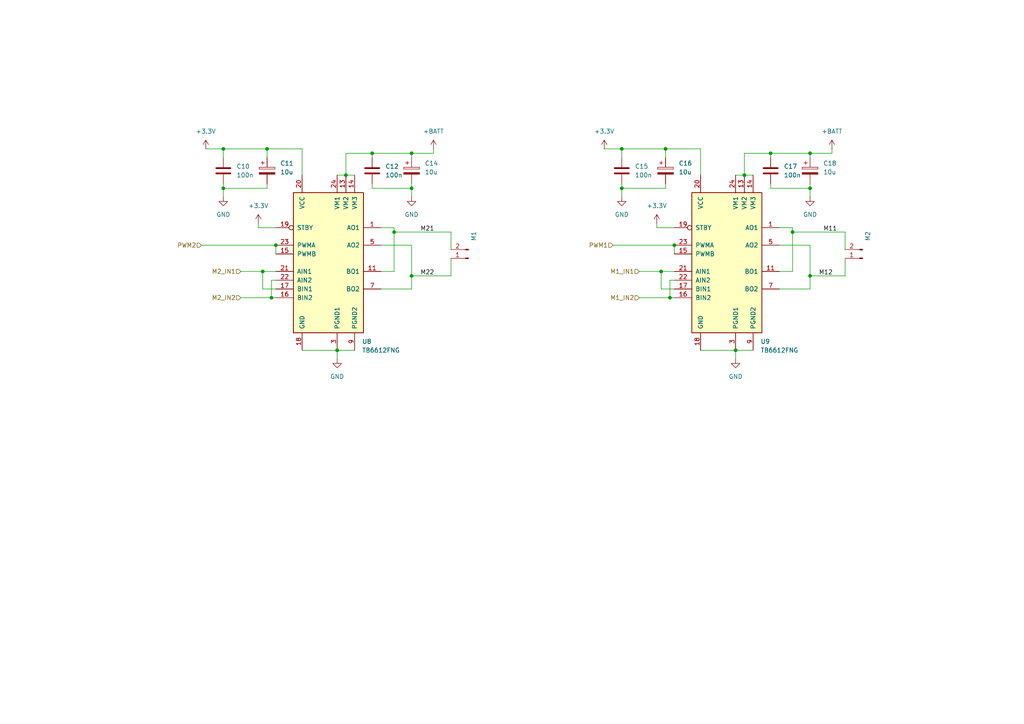
<source format=kicad_sch>
(kicad_sch (version 20250114) (generator "eeschema") (generator_version "9.0")
  (paper "A4")
  (lib_symbols
    (symbol "Connector:Conn_01x02_Pin" (pin_names (offset 1.016) (hide yes))
      (property "Reference" "J" (at 0 2.54 0))
      (property "Value" "Conn_01x02_Pin" (at 0 -5.08 0))
      (symbol "Conn_01x02_Pin_1_1"
        (rectangle (start 0.8636 0.127) (end 0 -0.127) (stroke (width 0.1524)) (fill (type outline)))
        (rectangle (start 0.8636 -2.413) (end 0 -2.667) (stroke (width 0.1524)) (fill (type outline)))
        (polyline (pts (xy 1.27 0) (xy 0.8636 0)) (stroke (width 0.1524)))
        (polyline (pts (xy 1.27 -2.54) (xy 0.8636 -2.54)) (stroke (width 0.1524)))
        (pin passive line (at 5.08 0 180) (length 3.81) (name "Pin_1") (number "1"))
        (pin passive line (at 5.08 -2.54 180) (length 3.81) (name "Pin_2") (number "2"))
      )
    )
    (symbol "Device:C" (pin_numbers (hide yes)) (pin_names (offset 0.254))
      (property "Reference" "C" (at 0.635 2.54 0))
      (property "Value" "C" (at 0.635 -2.54 0))
      (symbol "C_0_1"
        (polyline (pts (xy -2.032 0.762) (xy 2.032 0.762)) (stroke (width 0.508)))
        (polyline (pts (xy -2.032 -0.762) (xy 2.032 -0.762)) (stroke (width 0.508)))
      )
      (symbol "C_1_1"
        (pin passive line (at 0 3.81 270) (length 2.794) (name "~") (number "1"))
        (pin passive line (at 0 -3.81 90) (length 2.794) (name "~") (number "2"))
      )
    )
    (symbol "Device:C_Polarized" (pin_numbers (hide yes)) (pin_names (offset 0.254))
      (property "Reference" "C" (at 0.635 2.54 0))
      (property "Value" "C_Polarized" (at 0.635 -2.54 0))
      (symbol "C_Polarized_0_1"
        (rectangle (start -2.286 0.508) (end 2.286 1.016))
        (polyline (pts (xy -1.778 2.286) (xy -0.762 2.286)))
        (polyline (pts (xy -1.27 2.794) (xy -1.27 1.778)))
        (rectangle (start 2.286 -0.508) (end -2.286 -1.016) (fill (type outline)))
      )
      (symbol "C_Polarized_1_1"
        (pin passive line (at 0 3.81 270) (length 2.794) (name "~") (number "1"))
        (pin passive line (at 0 -3.81 90) (length 2.794) (name "~") (number "2"))
      )
    )
    (symbol "Driver_Motor:TB6612FNG" (pin_names (offset 1.016))
      (property "Reference" "U" (at 11.43 17.78 0))
      (property "Value" "TB6612FNG" (at 11.43 15.24 0))
      (symbol "TB6612FNG_0_1"
        (rectangle (start -10.16 20.32) (end 10.16 -20.32) (stroke (width 0.254)) (fill (type background)))
      )
      (symbol "TB6612FNG_1_1"
        (pin input inverted (at -15.24 10.16 0) (length 5.08) (name "STBY") (number "19"))
        (pin input line (at -15.24 5.08 0) (length 5.08) (name "PWMA") (number "23"))
        (pin input line (at -15.24 2.54 0) (length 5.08) (name "PWMB") (number "15"))
        (pin input line (at -15.24 -2.54 0) (length 5.08) (name "AIN1") (number "21"))
        (pin input line (at -15.24 -5.08 0) (length 5.08) (name "AIN2") (number "22"))
        (pin input line (at -15.24 -7.62 0) (length 5.08) (name "BIN1") (number "17"))
        (pin input line (at -15.24 -10.16 0) (length 5.08) (name "BIN2") (number "16"))
        (pin power_in line (at -7.62 25.4 270) (length 5.08) (name "VCC") (number "20"))
        (pin power_in line (at -7.62 -25.4 90) (length 5.08) (name "GND") (number "18"))
        (pin power_in line (at 2.54 25.4 270) (length 5.08) (name "VM1") (number "24"))
        (pin power_in line (at 2.54 -25.4 90) (length 5.08) (name "PGND1") (number "3"))
        (pin passive line (at 2.54 -25.4 90) (length 5.08) (hide yes) (name "PGND1") (number "4"))
        (pin power_in line (at 5.08 25.4 270) (length 5.08) (name "VM2") (number "13"))
        (pin power_in line (at 7.62 25.4 270) (length 5.08) (name "VM3") (number "14"))
        (pin passive line (at 7.62 -25.4 90) (length 5.08) (hide yes) (name "PGND2") (number "10"))
        (pin power_in line (at 7.62 -25.4 90) (length 5.08) (name "PGND2") (number "9"))
        (pin output line (at 15.24 10.16 180) (length 5.08) (name "AO1") (number "1"))
        (pin passive line (at 15.24 10.16 180) (length 5.08) (hide yes) (name "AO1") (number "2"))
        (pin output line (at 15.24 5.08 180) (length 5.08) (name "AO2") (number "5"))
        (pin passive line (at 15.24 5.08 180) (length 5.08) (hide yes) (name "AO2") (number "6"))
        (pin output line (at 15.24 -2.54 180) (length 5.08) (name "BO1") (number "11"))
        (pin passive line (at 15.24 -2.54 180) (length 5.08) (hide yes) (name "BO1") (number "12"))
        (pin output line (at 15.24 -7.62 180) (length 5.08) (name "BO2") (number "7"))
        (pin passive line (at 15.24 -7.62 180) (length 5.08) (hide yes) (name "BO2") (number "8"))
      )
    )
    (symbol "power:+3.3V" (power) (pin_numbers (hide yes)) (pin_names (offset 0) (hide yes))
      (property "Value" "+3.3V" (at 0 3.556 0))
      (symbol "+3.3V_0_1"
        (polyline (pts (xy -0.762 1.27) (xy 0 2.54)))
        (polyline (pts (xy 0 2.54) (xy 0.762 1.27)))
        (polyline (pts (xy 0 0) (xy 0 2.54)))
      )
      (symbol "+3.3V_1_1"
        (pin power_in line (at 0 0 90) (length 0) (name "~") (number "1"))
      )
    )
    (symbol "power:+BATT" (power) (pin_numbers (hide yes)) (pin_names (offset 0) (hide yes))
      (property "Value" "+BATT" (at 0 3.556 0))
      (symbol "+BATT_0_1"
        (polyline (pts (xy -0.762 1.27) (xy 0 2.54)))
        (polyline (pts (xy 0 2.54) (xy 0.762 1.27)))
        (polyline (pts (xy 0 0) (xy 0 2.54)))
      )
      (symbol "+BATT_1_1"
        (pin power_in line (at 0 0 90) (length 0) (name "~") (number "1"))
      )
    )
    (symbol "power:GND" (power) (pin_numbers (hide yes)) (pin_names (offset 0) (hide yes))
      (property "Value" "GND" (at 0 -3.81 0))
      (symbol "GND_0_1"
        (polyline (pts (xy 0 0) (xy 0 -1.27) (xy 1.27 -1.27) (xy 0 -2.54) (xy -1.27 -1.27) (xy 0 -1.27)))
      )
      (symbol "GND_1_1"
        (pin power_in line (at 0 0 270) (length 0) (name "~") (number "1"))
      )
    )
  )
  (junction (at 100.33 50.8))
  (junction (at 64.77 43.18))
  (junction (at 191.77 78.74))
  (junction (at 77.47 43.18))
  (junction (at 119.38 44.45))
  (junction (at 76.2 78.74))
  (junction (at 223.52 44.45))
  (junction (at 194.31 86.36))
  (junction (at 229.87 67.31))
  (junction (at 195.58 71.12))
  (junction (at 180.34 43.18))
  (junction (at 64.77 54.61))
  (junction (at 107.95 44.45))
  (junction (at 234.95 54.61))
  (junction (at 97.79 101.6))
  (junction (at 119.38 54.61))
  (junction (at 234.95 44.45))
  (junction (at 193.04 43.18))
  (junction (at 215.9 50.8))
  (junction (at 180.34 54.61))
  (junction (at 119.38 80.01))
  (junction (at 114.3 67.31))
  (junction (at 234.95 80.01))
  (junction (at 80.01 71.12))
  (junction (at 213.36 101.6))
  (junction (at 78.74 86.36))
  (wire (pts (xy 119.38 83.82) (xy 119.38 80.01)))
  (wire (pts (xy 110.49 78.74) (xy 114.3 78.74)))
  (wire (pts (xy 97.79 101.6) (xy 102.87 101.6)))
  (wire (pts (xy 190.5 66.04) (xy 195.58 66.04)))
  (wire (pts (xy 234.95 71.12) (xy 234.95 80.01)))
  (wire (pts (xy 203.2 50.8) (xy 203.2 43.18)))
  (wire (pts (xy 69.85 86.36) (xy 78.74 86.36)))
  (wire (pts (xy 193.04 53.34) (xy 193.04 54.61)))
  (wire (pts (xy 78.74 81.28) (xy 78.74 86.36)))
  (wire (pts (xy 80.01 81.28) (xy 78.74 81.28)))
  (wire (pts (xy 229.87 67.31) (xy 245.11 67.31)))
  (wire (pts (xy 213.36 50.8) (xy 215.9 50.8)))
  (wire (pts (xy 223.52 53.34) (xy 223.52 54.61)))
  (wire (pts (xy 234.95 44.45) (xy 241.3 44.45)))
  (wire (pts (xy 87.63 50.8) (xy 87.63 43.18)))
  (wire (pts (xy 193.04 54.61) (xy 180.34 54.61)))
  (wire (pts (xy 245.11 74.93) (xy 245.11 80.01)))
  (wire (pts (xy 226.06 71.12) (xy 234.95 71.12)))
  (wire (pts (xy 213.36 101.6) (xy 213.36 104.14)))
  (wire (pts (xy 107.95 45.72) (xy 107.95 44.45)))
  (wire (pts (xy 69.85 78.74) (xy 76.2 78.74)))
  (wire (pts (xy 194.31 81.28) (xy 194.31 86.36)))
  (wire (pts (xy 114.3 66.04) (xy 110.49 66.04)))
  (wire (pts (xy 203.2 101.6) (xy 213.36 101.6)))
  (wire (pts (xy 190.5 64.77) (xy 190.5 66.04)))
  (wire (pts (xy 195.58 81.28) (xy 194.31 81.28)))
  (wire (pts (xy 195.58 71.12) (xy 195.58 73.66)))
  (wire (pts (xy 130.81 67.31) (xy 130.81 72.39)))
  (wire (pts (xy 59.69 43.18) (xy 64.77 43.18)))
  (wire (pts (xy 64.77 45.72) (xy 64.77 43.18)))
  (wire (pts (xy 100.33 44.45) (xy 100.33 50.8)))
  (wire (pts (xy 223.52 45.72) (xy 223.52 44.45)))
  (wire (pts (xy 234.95 45.72) (xy 234.95 44.45)))
  (wire (pts (xy 114.3 67.31) (xy 130.81 67.31)))
  (wire (pts (xy 223.52 54.61) (xy 234.95 54.61)))
  (wire (pts (xy 234.95 80.01) (xy 245.11 80.01)))
  (wire (pts (xy 74.93 66.04) (xy 80.01 66.04)))
  (wire (pts (xy 194.31 86.36) (xy 195.58 86.36)))
  (wire (pts (xy 226.06 78.74) (xy 229.87 78.74)))
  (wire (pts (xy 125.73 43.18) (xy 125.73 44.45)))
  (wire (pts (xy 234.95 54.61) (xy 234.95 53.34)))
  (wire (pts (xy 241.3 43.18) (xy 241.3 44.45)))
  (wire (pts (xy 119.38 44.45) (xy 125.73 44.45)))
  (wire (pts (xy 77.47 53.34) (xy 77.47 54.61)))
  (wire (pts (xy 191.77 78.74) (xy 195.58 78.74)))
  (wire (pts (xy 110.49 71.12) (xy 119.38 71.12)))
  (wire (pts (xy 191.77 83.82) (xy 191.77 78.74)))
  (wire (pts (xy 78.74 86.36) (xy 80.01 86.36)))
  (wire (pts (xy 80.01 71.12) (xy 80.01 73.66)))
  (wire (pts (xy 76.2 78.74) (xy 80.01 78.74)))
  (wire (pts (xy 229.87 67.31) (xy 229.87 66.04)))
  (wire (pts (xy 185.42 86.36) (xy 194.31 86.36)))
  (wire (pts (xy 223.52 44.45) (xy 234.95 44.45)))
  (wire (pts (xy 180.34 54.61) (xy 180.34 57.15)))
  (wire (pts (xy 100.33 50.8) (xy 102.87 50.8)))
  (wire (pts (xy 64.77 43.18) (xy 77.47 43.18)))
  (wire (pts (xy 223.52 44.45) (xy 215.9 44.45)))
  (wire (pts (xy 87.63 101.6) (xy 97.79 101.6)))
  (wire (pts (xy 195.58 83.82) (xy 191.77 83.82)))
  (wire (pts (xy 234.95 54.61) (xy 234.95 57.15)))
  (wire (pts (xy 119.38 54.61) (xy 119.38 53.34)))
  (wire (pts (xy 119.38 45.72) (xy 119.38 44.45)))
  (wire (pts (xy 119.38 54.61) (xy 119.38 57.15)))
  (wire (pts (xy 77.47 43.18) (xy 77.47 45.72)))
  (wire (pts (xy 180.34 45.72) (xy 180.34 43.18)))
  (wire (pts (xy 119.38 71.12) (xy 119.38 80.01)))
  (wire (pts (xy 74.93 64.77) (xy 74.93 66.04)))
  (wire (pts (xy 193.04 43.18) (xy 193.04 45.72)))
  (wire (pts (xy 175.26 43.18) (xy 180.34 43.18)))
  (wire (pts (xy 87.63 43.18) (xy 77.47 43.18)))
  (wire (pts (xy 76.2 83.82) (xy 76.2 78.74)))
  (wire (pts (xy 215.9 50.8) (xy 218.44 50.8)))
  (wire (pts (xy 64.77 53.34) (xy 64.77 54.61)))
  (wire (pts (xy 64.77 54.61) (xy 64.77 57.15)))
  (wire (pts (xy 107.95 54.61) (xy 119.38 54.61)))
  (wire (pts (xy 203.2 43.18) (xy 193.04 43.18)))
  (wire (pts (xy 114.3 78.74) (xy 114.3 67.31)))
  (wire (pts (xy 180.34 43.18) (xy 193.04 43.18)))
  (wire (pts (xy 229.87 78.74) (xy 229.87 67.31)))
  (wire (pts (xy 119.38 80.01) (xy 130.81 80.01)))
  (wire (pts (xy 130.81 74.93) (xy 130.81 80.01)))
  (wire (pts (xy 58.42 71.12) (xy 80.01 71.12)))
  (wire (pts (xy 185.42 78.74) (xy 191.77 78.74)))
  (wire (pts (xy 107.95 53.34) (xy 107.95 54.61)))
  (wire (pts (xy 80.01 83.82) (xy 76.2 83.82)))
  (wire (pts (xy 107.95 44.45) (xy 119.38 44.45)))
  (wire (pts (xy 180.34 54.61) (xy 180.34 53.34)))
  (wire (pts (xy 215.9 44.45) (xy 215.9 50.8)))
  (wire (pts (xy 107.95 44.45) (xy 100.33 44.45)))
  (wire (pts (xy 213.36 101.6) (xy 218.44 101.6)))
  (wire (pts (xy 226.06 83.82) (xy 234.95 83.82)))
  (wire (pts (xy 226.06 66.04) (xy 229.87 66.04)))
  (wire (pts (xy 97.79 101.6) (xy 97.79 104.14)))
  (wire (pts (xy 234.95 83.82) (xy 234.95 80.01)))
  (wire (pts (xy 110.49 83.82) (xy 119.38 83.82)))
  (wire (pts (xy 114.3 67.31) (xy 114.3 66.04)))
  (wire (pts (xy 97.79 50.8) (xy 100.33 50.8)))
  (wire (pts (xy 77.47 54.61) (xy 64.77 54.61)))
  (wire (pts (xy 177.8 71.12) (xy 195.58 71.12)))
  (wire (pts (xy 245.11 67.31) (xy 245.11 72.39)))
  (label "M21" (at 121.92 67.31 0))
  (label "M12" (at 237.49 80.01 0))
  (label "M11" (at 238.76 67.31 0))
  (label "M22" (at 121.92 80.01 0))
  (hierarchical_label "PWM1" (shape input) (at 177.8 71.12 180))
  (hierarchical_label "M2_IN2" (shape input) (at 69.85 86.36 180))
  (hierarchical_label "M1_IN2" (shape input) (at 185.42 86.36 180))
  (hierarchical_label "M1_IN1" (shape input) (at 185.42 78.74 180))
  (hierarchical_label "PWM2" (shape input) (at 58.42 71.12 180))
  (hierarchical_label "M2_IN1" (shape input) (at 69.85 78.74 180))
  (symbol (lib_id "power:GND") (at 64.77 57.15 0) (unit 1)
    (property "Reference" "#PWR033" (effects (hide yes)))
    (property "Value" "GND" (at 64.77 62.23 0))
    (property "Description" "Power symbol creates a global label with name \"GND\" , ground" (effects (hide yes)))
  )
  (symbol (lib_id "Device:C") (at 223.52 49.53 0) (unit 1)
    (property "Reference" "C17" (at 227.33 48.2599 0) (effects (justify left)))
    (property "Value" "100n" (at 227.33 50.7999 0) (effects (justify left)))
    (property "Footprint" "Capacitor_SMD:C_0805_2012Metric_Pad1.18x1.45mm_HandSolder" (effects (hide yes)))
    (property "Description" "Unpolarized capacitor" (effects (hide yes)))
  )
  (symbol (lib_id "Connector:Conn_01x02_Pin") (at 135.89 74.93 180) (unit 1)
    (property "Reference" "M1" (at 137.414 67.056 90) (effects (justify left)))
    (property "Value" "Conn_01x02_Pin" (effects (hide yes)))
    (property "Footprint" "Connector_PinSocket_2.54mm:PinSocket_1x02_P2.54mm_Vertical" (effects (hide yes)))
    (property "Description" "Generic connector, single row, 01x02, script generated" (effects (hide yes)))
  )
  (symbol (lib_id "power:GND") (at 234.95 57.15 0) (unit 1)
    (property "Reference" "#PWR037" (effects (hide yes)))
    (property "Value" "GND" (at 234.95 62.23 0))
    (property "Description" "Power symbol creates a global label with name \"GND\" , ground" (effects (hide yes)))
  )
  (symbol (lib_id "power:+3.3V") (at 74.93 64.77 0) (unit 1)
    (property "Reference" "#PWR069" (effects (hide yes)))
    (property "Value" "+3.3V" (at 74.93 59.69 0))
    (property "Description" "Power symbol creates a global label with name \"+3.3V\"" (effects (hide yes)))
  )
  (symbol (lib_id "Driver_Motor:TB6612FNG") (at 210.82 76.2 0) (unit 1)
    (property "Reference" "U9" (at 220.5833 99.06 0) (effects (justify left)))
    (property "Value" "TB6612FNG" (at 220.5833 101.6 0) (effects (justify left)))
    (property "Footprint" "Package_SO:SSOP-24_5.3x8.2mm_P0.65mm" (effects (hide yes)))
    (property "Datasheet" "https://toshiba.semicon-storage.com/us/product/linear/motordriver/detail.TB6612FNG.html" (effects (hide yes)))
    (property "Description" "Driver IC for Dual DC motor, SSOP-24" (effects (hide yes)))
  )
  (symbol (lib_id "power:GND") (at 119.38 57.15 0) (unit 1)
    (property "Reference" "#PWR035" (effects (hide yes)))
    (property "Value" "GND" (at 119.38 62.23 0))
    (property "Description" "Power symbol creates a global label with name \"GND\" , ground" (effects (hide yes)))
  )
  (symbol (lib_id "power:GND") (at 213.36 104.14 0) (unit 1)
    (property "Reference" "#PWR031" (effects (hide yes)))
    (property "Value" "GND" (at 213.36 109.22 0))
    (property "Description" "Power symbol creates a global label with name \"GND\" , ground" (effects (hide yes)))
  )
  (symbol (lib_id "power:GND") (at 180.34 57.15 0) (unit 1)
    (property "Reference" "#PWR036" (effects (hide yes)))
    (property "Value" "GND" (at 180.34 62.23 0))
    (property "Description" "Power symbol creates a global label with name \"GND\" , ground" (effects (hide yes)))
  )
  (symbol (lib_id "power:+3.3V") (at 175.26 43.18 0) (unit 1)
    (property "Reference" "#PWR029" (effects (hide yes)))
    (property "Value" "+3.3V" (at 175.26 38.1 0))
    (property "Description" "Power symbol creates a global label with name \"+3.3V\"" (effects (hide yes)))
  )
  (symbol (lib_id "power:+BATT") (at 125.73 43.18 0) (unit 1)
    (property "Reference" "#PWR028" (effects (hide yes)))
    (property "Value" "+BATT" (at 125.73 38.1 0))
    (property "Description" "Power symbol creates a global label with name \"+BATT\"" (effects (hide yes)))
  )
  (symbol (lib_id "Device:C") (at 107.95 49.53 0) (unit 1)
    (property "Reference" "C12" (at 111.76 48.2599 0) (effects (justify left)))
    (property "Value" "100n" (at 111.76 50.7999 0) (effects (justify left)))
    (property "Footprint" "Capacitor_SMD:C_0805_2012Metric_Pad1.18x1.45mm_HandSolder" (effects (hide yes)))
    (property "Description" "Unpolarized capacitor" (effects (hide yes)))
  )
  (symbol (lib_id "power:+3.3V") (at 59.69 43.18 0) (unit 1)
    (property "Reference" "#PWR023" (effects (hide yes)))
    (property "Value" "+3.3V" (at 59.69 38.1 0))
    (property "Description" "Power symbol creates a global label with name \"+3.3V\"" (effects (hide yes)))
  )
  (symbol (lib_id "power:+3.3V") (at 190.5 64.77 0) (unit 1)
    (property "Reference" "#PWR049" (effects (hide yes)))
    (property "Value" "+3.3V" (at 190.5 59.69 0))
    (property "Description" "Power symbol creates a global label with name \"+3.3V\"" (effects (hide yes)))
  )
  (symbol (lib_id "Connector:Conn_01x02_Pin") (at 250.19 74.93 180) (unit 1)
    (property "Reference" "M2" (at 251.714 67.056 90) (effects (justify left)))
    (property "Value" "Conn_01x02_Pin" (effects (hide yes)))
    (property "Footprint" "Connector_PinSocket_2.54mm:PinSocket_1x02_P2.54mm_Vertical" (effects (hide yes)))
    (property "Description" "Generic connector, single row, 01x02, script generated" (effects (hide yes)))
  )
  (symbol (lib_id "Device:C_Polarized") (at 234.95 49.53 0) (unit 1)
    (property "Reference" "C18" (at 238.76 47.3709 0) (effects (justify left)))
    (property "Value" "10u" (at 238.76 49.9109 0) (effects (justify left)))
    (property "Footprint" "Capacitor_Tantalum_SMD:CP_EIA-3528-12_Kemet-T_HandSolder" (effects (hide yes)))
    (property "Description" "Polarized capacitor" (effects (hide yes)))
  )
  (symbol (lib_id "Driver_Motor:TB6612FNG") (at 95.25 76.2 0) (unit 1)
    (property "Reference" "U8" (at 105.0133 99.06 0) (effects (justify left)))
    (property "Value" "TB6612FNG" (at 105.0133 101.6 0) (effects (justify left)))
    (property "Footprint" "Package_SO:SSOP-24_5.3x8.2mm_P0.65mm" (effects (hide yes)))
    (property "Datasheet" "https://toshiba.semicon-storage.com/us/product/linear/motordriver/detail.TB6612FNG.html" (effects (hide yes)))
    (property "Description" "Driver IC for Dual DC motor, SSOP-24" (effects (hide yes)))
  )
  (symbol (lib_id "Device:C") (at 64.77 49.53 0) (unit 1)
    (property "Reference" "C10" (at 68.58 48.2599 0) (effects (justify left)))
    (property "Value" "100n" (at 68.58 50.7999 0) (effects (justify left)))
    (property "Footprint" "Capacitor_SMD:C_0805_2012Metric_Pad1.18x1.45mm_HandSolder" (effects (hide yes)))
    (property "Description" "Unpolarized capacitor" (effects (hide yes)))
  )
  (symbol (lib_id "Device:C_Polarized") (at 77.47 49.53 0) (unit 1)
    (property "Reference" "C11" (at 81.28 47.3709 0) (effects (justify left)))
    (property "Value" "10u" (at 81.28 49.9109 0) (effects (justify left)))
    (property "Footprint" "Capacitor_Tantalum_SMD:CP_EIA-3528-12_Kemet-T_HandSolder" (effects (hide yes)))
    (property "Description" "Polarized capacitor" (effects (hide yes)))
  )
  (symbol (lib_id "Device:C") (at 180.34 49.53 0) (unit 1)
    (property "Reference" "C15" (at 184.15 48.2599 0) (effects (justify left)))
    (property "Value" "100n" (at 184.15 50.7999 0) (effects (justify left)))
    (property "Footprint" "Capacitor_SMD:C_0805_2012Metric_Pad1.18x1.45mm_HandSolder" (effects (hide yes)))
    (property "Description" "Unpolarized capacitor" (effects (hide yes)))
  )
  (symbol (lib_id "Device:C_Polarized") (at 119.38 49.53 0) (unit 1)
    (property "Reference" "C14" (at 123.19 47.3709 0) (effects (justify left)))
    (property "Value" "10u" (at 123.19 49.9109 0) (effects (justify left)))
    (property "Footprint" "Capacitor_Tantalum_SMD:CP_EIA-3528-12_Kemet-T_HandSolder" (effects (hide yes)))
    (property "Description" "Polarized capacitor" (effects (hide yes)))
  )
  (symbol (lib_id "power:GND") (at 97.79 104.14 0) (unit 1)
    (property "Reference" "#PWR027" (effects (hide yes)))
    (property "Value" "GND" (at 97.79 109.22 0))
    (property "Description" "Power symbol creates a global label with name \"GND\" , ground" (effects (hide yes)))
  )
  (symbol (lib_id "Device:C_Polarized") (at 193.04 49.53 0) (unit 1)
    (property "Reference" "C16" (at 196.85 47.3709 0) (effects (justify left)))
    (property "Value" "10u" (at 196.85 49.9109 0) (effects (justify left)))
    (property "Footprint" "Capacitor_Tantalum_SMD:CP_EIA-3528-12_Kemet-T_HandSolder" (effects (hide yes)))
    (property "Description" "Polarized capacitor" (effects (hide yes)))
  )
  (symbol (lib_id "power:+BATT") (at 241.3 43.18 0) (unit 1)
    (property "Reference" "#PWR032" (effects (hide yes)))
    (property "Value" "+BATT" (at 241.3 38.1 0))
    (property "Description" "Power symbol creates a global label with name \"+BATT\"" (effects (hide yes)))
  )
)
</source>
